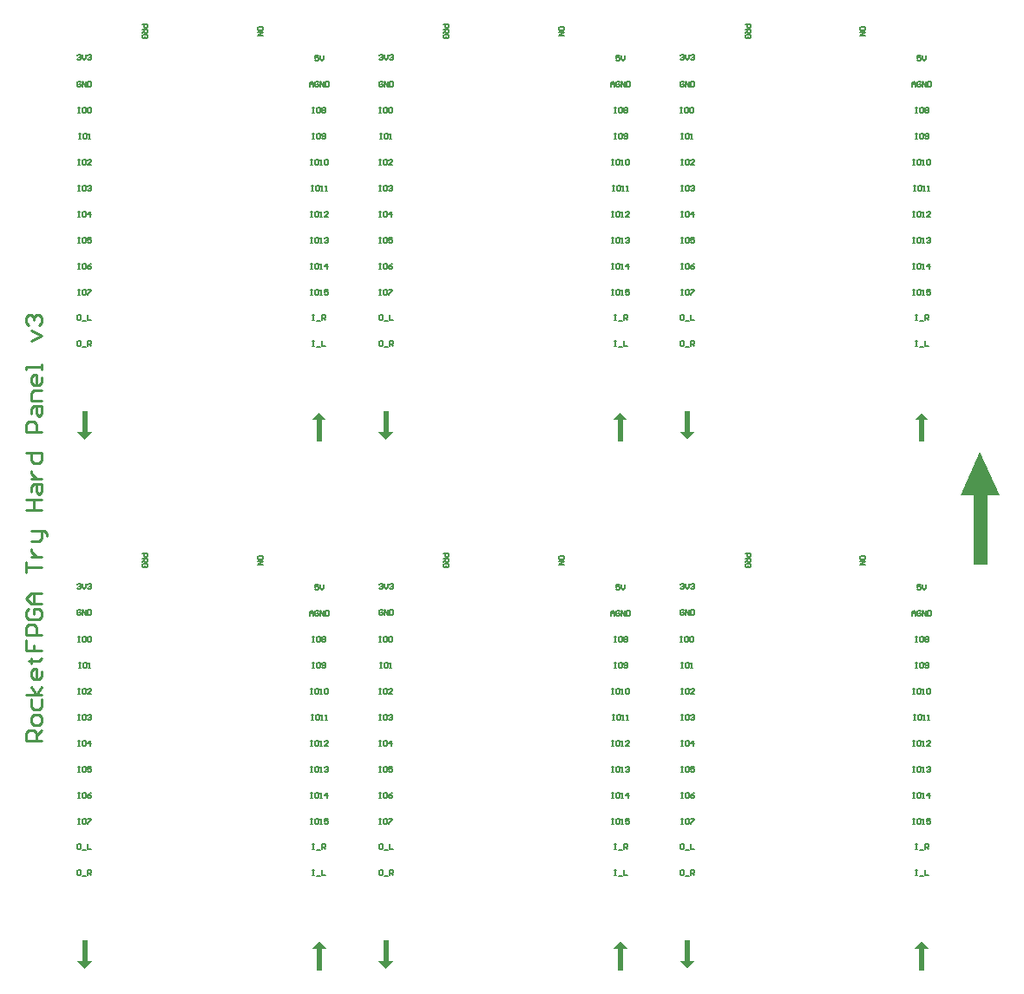
<source format=gto>
G04*
G04 #@! TF.GenerationSoftware,Altium Limited,Altium Designer,19.0.10 (269)*
G04*
G04 Layer_Color=65535*
%FSLAX25Y25*%
%MOIN*%
G70*
G01*
G75*
%ADD35C,0.00500*%
%ADD36C,0.01000*%
%ADD51R,0.02000X0.08800*%
G36*
X457149Y335073D02*
X451549D01*
X454349Y337873D01*
X457149Y335073D01*
D02*
G37*
G36*
X341401D02*
X335801D01*
X338601Y337873D01*
X341401Y335073D01*
D02*
G37*
G36*
X225653D02*
X220053D01*
X222853Y337873D01*
X225653Y335073D01*
D02*
G37*
G36*
X364349Y327473D02*
X361549Y330273D01*
X367149D01*
X364349Y327473D01*
D02*
G37*
G36*
X248601D02*
X245801Y330273D01*
X251401D01*
X248601Y327473D01*
D02*
G37*
G36*
X132853D02*
X130053Y330273D01*
X135653D01*
X132853Y327473D01*
D02*
G37*
G36*
X484400Y306200D02*
X479700D01*
Y279500D01*
X474400D01*
Y306200D01*
X469400D01*
X476650Y322700D01*
X484400Y306200D01*
D02*
G37*
G36*
X457149Y131825D02*
X451549D01*
X454349Y134625D01*
X457149Y131825D01*
D02*
G37*
G36*
X341401D02*
X335801D01*
X338601Y134625D01*
X341401Y131825D01*
D02*
G37*
G36*
X225653D02*
X220053D01*
X222853Y134625D01*
X225653Y131825D01*
D02*
G37*
G36*
X364349Y124225D02*
X361549Y127025D01*
X367149D01*
X364349Y124225D01*
D02*
G37*
G36*
X248601D02*
X245801Y127025D01*
X251401D01*
X248601Y124225D01*
D02*
G37*
G36*
X132853D02*
X130053Y127025D01*
X135653D01*
X132853Y124225D01*
D02*
G37*
D35*
X220453Y162125D02*
X221119D01*
X220786D01*
Y160125D01*
X220453D01*
X221119D01*
X222119Y159792D02*
X223452D01*
X224118Y162125D02*
Y160125D01*
X225451D01*
X131152Y162125D02*
X130486D01*
X130153Y161791D01*
Y160458D01*
X130486Y160125D01*
X131152D01*
X131486Y160458D01*
Y161791D01*
X131152Y162125D01*
X132152Y159792D02*
X133485D01*
X134151Y160125D02*
Y162125D01*
X135151D01*
X135484Y161791D01*
Y161125D01*
X135151Y160792D01*
X134151D01*
X134818D02*
X135484Y160125D01*
X219553Y231925D02*
X220219D01*
X219886D01*
Y229925D01*
X219553D01*
X220219D01*
X222219Y231925D02*
X221552D01*
X221219Y231591D01*
Y230258D01*
X221552Y229925D01*
X222219D01*
X222552Y230258D01*
Y231591D01*
X222219Y231925D01*
X223218Y229925D02*
X223885D01*
X223552D01*
Y231925D01*
X223218Y231591D01*
X224884D02*
X225218Y231925D01*
X225884D01*
X226217Y231591D01*
Y230258D01*
X225884Y229925D01*
X225218D01*
X224884Y230258D01*
Y231591D01*
X219953Y221825D02*
X220619D01*
X220286D01*
Y219825D01*
X219953D01*
X220619D01*
X222619Y221825D02*
X221952D01*
X221619Y221491D01*
Y220158D01*
X221952Y219825D01*
X222619D01*
X222952Y220158D01*
Y221491D01*
X222619Y221825D01*
X223618Y219825D02*
X224285D01*
X223952D01*
Y221825D01*
X223618Y221491D01*
X225284Y219825D02*
X225951D01*
X225618D01*
Y221825D01*
X225284Y221491D01*
X219553Y211925D02*
X220219D01*
X219886D01*
Y209925D01*
X219553D01*
X220219D01*
X222219Y211925D02*
X221552D01*
X221219Y211591D01*
Y210258D01*
X221552Y209925D01*
X222219D01*
X222552Y210258D01*
Y211591D01*
X222219Y211925D01*
X223218Y209925D02*
X223885D01*
X223552D01*
Y211925D01*
X223218Y211591D01*
X226217Y209925D02*
X224884D01*
X226217Y211258D01*
Y211591D01*
X225884Y211925D01*
X225218D01*
X224884Y211591D01*
X219553Y201924D02*
X220219D01*
X219886D01*
Y199925D01*
X219553D01*
X220219D01*
X222219Y201924D02*
X221552D01*
X221219Y201591D01*
Y200258D01*
X221552Y199925D01*
X222219D01*
X222552Y200258D01*
Y201591D01*
X222219Y201924D01*
X223218Y199925D02*
X223885D01*
X223552D01*
Y201924D01*
X223218Y201591D01*
X224884D02*
X225218Y201924D01*
X225884D01*
X226217Y201591D01*
Y201258D01*
X225884Y200925D01*
X225551D01*
X225884D01*
X226217Y200592D01*
Y200258D01*
X225884Y199925D01*
X225218D01*
X224884Y200258D01*
X219553Y191925D02*
X220219D01*
X219886D01*
Y189925D01*
X219553D01*
X220219D01*
X222219Y191925D02*
X221552D01*
X221219Y191591D01*
Y190258D01*
X221552Y189925D01*
X222219D01*
X222552Y190258D01*
Y191591D01*
X222219Y191925D01*
X223218Y189925D02*
X223885D01*
X223552D01*
Y191925D01*
X223218Y191591D01*
X225884Y189925D02*
Y191925D01*
X224884Y190925D01*
X226217D01*
X219553Y181924D02*
X220219D01*
X219886D01*
Y179925D01*
X219553D01*
X220219D01*
X222219Y181924D02*
X221552D01*
X221219Y181591D01*
Y180258D01*
X221552Y179925D01*
X222219D01*
X222552Y180258D01*
Y181591D01*
X222219Y181924D01*
X223218Y179925D02*
X223885D01*
X223552D01*
Y181924D01*
X223218Y181591D01*
X226217Y181924D02*
X224884D01*
Y180925D01*
X225551Y181258D01*
X225884D01*
X226217Y180925D01*
Y180258D01*
X225884Y179925D01*
X225218D01*
X224884Y180258D01*
X222586Y271825D02*
X221253D01*
Y270825D01*
X221919Y271158D01*
X222252D01*
X222586Y270825D01*
Y270158D01*
X222252Y269825D01*
X221586D01*
X221253Y270158D01*
X223252Y271825D02*
Y270492D01*
X223919Y269825D01*
X224585Y270492D01*
Y271825D01*
X219253Y259799D02*
Y261132D01*
X219920Y261798D01*
X220586Y261132D01*
Y259799D01*
Y260799D01*
X219253D01*
X222586Y261465D02*
X222252Y261798D01*
X221586D01*
X221253Y261465D01*
Y260132D01*
X221586Y259799D01*
X222252D01*
X222586Y260132D01*
Y260799D01*
X221919D01*
X223252Y259799D02*
Y261798D01*
X224585Y259799D01*
Y261798D01*
X225252D02*
Y259799D01*
X226251D01*
X226584Y260132D01*
Y261465D01*
X226251Y261798D01*
X225252D01*
X220453Y251924D02*
X221119D01*
X220786D01*
Y249925D01*
X220453D01*
X221119D01*
X223119Y251924D02*
X222452D01*
X222119Y251591D01*
Y250258D01*
X222452Y249925D01*
X223119D01*
X223452Y250258D01*
Y251591D01*
X223119Y251924D01*
X224118Y251591D02*
X224451Y251924D01*
X225118D01*
X225451Y251591D01*
Y251258D01*
X225118Y250925D01*
X225451Y250592D01*
Y250258D01*
X225118Y249925D01*
X224451D01*
X224118Y250258D01*
Y250592D01*
X224451Y250925D01*
X224118Y251258D01*
Y251591D01*
X224451Y250925D02*
X225118D01*
X220453Y241825D02*
X221119D01*
X220786D01*
Y239825D01*
X220453D01*
X221119D01*
X223119Y241825D02*
X222452D01*
X222119Y241491D01*
Y240158D01*
X222452Y239825D01*
X223119D01*
X223452Y240158D01*
Y241491D01*
X223119Y241825D01*
X224118Y240158D02*
X224451Y239825D01*
X225118D01*
X225451Y240158D01*
Y241491D01*
X225118Y241825D01*
X224451D01*
X224118Y241491D01*
Y241158D01*
X224451Y240825D01*
X225451D01*
X220453Y172125D02*
X221119D01*
X220786D01*
Y170125D01*
X220453D01*
X221119D01*
X222119Y169792D02*
X223452D01*
X224118Y170125D02*
Y172125D01*
X225118D01*
X225451Y171791D01*
Y171125D01*
X225118Y170792D01*
X224118D01*
X224785D02*
X225451Y170125D01*
X131152Y172125D02*
X130486D01*
X130153Y171791D01*
Y170458D01*
X130486Y170125D01*
X131152D01*
X131486Y170458D01*
Y171791D01*
X131152Y172125D01*
X132152Y169792D02*
X133485D01*
X134151Y172125D02*
Y170125D01*
X135484D01*
X130353Y181825D02*
X131019D01*
X130686D01*
Y179825D01*
X130353D01*
X131019D01*
X133019Y181825D02*
X132352D01*
X132019Y181491D01*
Y180158D01*
X132352Y179825D01*
X133019D01*
X133352Y180158D01*
Y181491D01*
X133019Y181825D01*
X134018D02*
X135351D01*
Y181491D01*
X134018Y180158D01*
Y179825D01*
X130353Y191925D02*
X131019D01*
X130686D01*
Y189925D01*
X130353D01*
X131019D01*
X133019Y191925D02*
X132352D01*
X132019Y191591D01*
Y190258D01*
X132352Y189925D01*
X133019D01*
X133352Y190258D01*
Y191591D01*
X133019Y191925D01*
X135351D02*
X134685Y191591D01*
X134018Y190925D01*
Y190258D01*
X134352Y189925D01*
X135018D01*
X135351Y190258D01*
Y190592D01*
X135018Y190925D01*
X134018D01*
X130353Y201824D02*
X131019D01*
X130686D01*
Y199825D01*
X130353D01*
X131019D01*
X133019Y201824D02*
X132352D01*
X132019Y201491D01*
Y200158D01*
X132352Y199825D01*
X133019D01*
X133352Y200158D01*
Y201491D01*
X133019Y201824D01*
X135351D02*
X134018D01*
Y200825D01*
X134685Y201158D01*
X135018D01*
X135351Y200825D01*
Y200158D01*
X135018Y199825D01*
X134352D01*
X134018Y200158D01*
X130353Y211925D02*
X131019D01*
X130686D01*
Y209925D01*
X130353D01*
X131019D01*
X133019Y211925D02*
X132352D01*
X132019Y211591D01*
Y210258D01*
X132352Y209925D01*
X133019D01*
X133352Y210258D01*
Y211591D01*
X133019Y211925D01*
X135018Y209925D02*
Y211925D01*
X134018Y210925D01*
X135351D01*
X130353Y221924D02*
X131019D01*
X130686D01*
Y219925D01*
X130353D01*
X131019D01*
X133019Y221924D02*
X132352D01*
X132019Y221591D01*
Y220258D01*
X132352Y219925D01*
X133019D01*
X133352Y220258D01*
Y221591D01*
X133019Y221924D01*
X134018Y221591D02*
X134352Y221924D01*
X135018D01*
X135351Y221591D01*
Y221258D01*
X135018Y220925D01*
X134685D01*
X135018D01*
X135351Y220592D01*
Y220258D01*
X135018Y219925D01*
X134352D01*
X134018Y220258D01*
X130353Y231925D02*
X131019D01*
X130686D01*
Y229925D01*
X130353D01*
X131019D01*
X133019Y231925D02*
X132352D01*
X132019Y231591D01*
Y230258D01*
X132352Y229925D01*
X133019D01*
X133352Y230258D01*
Y231591D01*
X133019Y231925D01*
X135351Y229925D02*
X134018D01*
X135351Y231258D01*
Y231591D01*
X135018Y231925D01*
X134352D01*
X134018Y231591D01*
X130653Y241807D02*
X131319D01*
X130986D01*
Y239808D01*
X130653D01*
X131319D01*
X133318Y241807D02*
X132652D01*
X132319Y241474D01*
Y240141D01*
X132652Y239808D01*
X133318D01*
X133652Y240141D01*
Y241474D01*
X133318Y241807D01*
X134318Y239808D02*
X134985D01*
X134651D01*
Y241807D01*
X134318Y241474D01*
X130319Y251880D02*
X130986D01*
X130653D01*
Y249880D01*
X130319D01*
X130986D01*
X132985Y251880D02*
X132319D01*
X131985Y251546D01*
Y250213D01*
X132319Y249880D01*
X132985D01*
X133318Y250213D01*
Y251546D01*
X132985Y251880D01*
X133985Y251546D02*
X134318Y251880D01*
X134985D01*
X135318Y251546D01*
Y250213D01*
X134985Y249880D01*
X134318D01*
X133985Y250213D01*
Y251546D01*
X131486Y261619D02*
X131152Y261952D01*
X130486D01*
X130153Y261619D01*
Y260286D01*
X130486Y259953D01*
X131152D01*
X131486Y260286D01*
Y260952D01*
X130819D01*
X132152Y259953D02*
Y261952D01*
X133485Y259953D01*
Y261952D01*
X134151D02*
Y259953D01*
X135151D01*
X135484Y260286D01*
Y261619D01*
X135151Y261952D01*
X134151D01*
X130153Y271691D02*
X130486Y272024D01*
X131152D01*
X131486Y271691D01*
Y271358D01*
X131152Y271025D01*
X130819D01*
X131152D01*
X131486Y270692D01*
Y270358D01*
X131152Y270025D01*
X130486D01*
X130153Y270358D01*
X132152Y272024D02*
Y270692D01*
X132819Y270025D01*
X133485Y270692D01*
Y272024D01*
X134151Y271691D02*
X134485Y272024D01*
X135151D01*
X135484Y271691D01*
Y271358D01*
X135151Y271025D01*
X134818D01*
X135151D01*
X135484Y270692D01*
Y270358D01*
X135151Y270025D01*
X134485D01*
X134151Y270358D01*
X201252Y281826D02*
Y282492D01*
X200919Y282825D01*
X199586D01*
X199253Y282492D01*
Y281826D01*
X199586Y281493D01*
X200919D01*
X201252Y281826D01*
X199253Y280826D02*
X201252D01*
X199253Y279493D01*
X201252D01*
X155053Y283825D02*
X157052D01*
Y282825D01*
X156719Y282492D01*
X156052D01*
X155719Y282825D01*
Y283825D01*
X155053Y281826D02*
X157052D01*
Y280826D01*
X156719Y280493D01*
X156052D01*
X155719Y280826D01*
Y281826D01*
Y281159D02*
X155053Y280493D01*
X156719Y278494D02*
X157052Y278827D01*
Y279493D01*
X156719Y279826D01*
X155386D01*
X155053Y279493D01*
Y278827D01*
X155386Y278494D01*
X156052D01*
Y279160D01*
X336201Y162125D02*
X336867D01*
X336534D01*
Y160125D01*
X336201D01*
X336867D01*
X337867Y159792D02*
X339200D01*
X339866Y162125D02*
Y160125D01*
X341199D01*
X246901Y162125D02*
X246234D01*
X245901Y161791D01*
Y160458D01*
X246234Y160125D01*
X246901D01*
X247234Y160458D01*
Y161791D01*
X246901Y162125D01*
X247900Y159792D02*
X249233D01*
X249900Y160125D02*
Y162125D01*
X250899D01*
X251232Y161791D01*
Y161125D01*
X250899Y160792D01*
X249900D01*
X250566D02*
X251232Y160125D01*
X335301Y231925D02*
X335967D01*
X335634D01*
Y229925D01*
X335301D01*
X335967D01*
X337967Y231925D02*
X337300D01*
X336967Y231591D01*
Y230258D01*
X337300Y229925D01*
X337967D01*
X338300Y230258D01*
Y231591D01*
X337967Y231925D01*
X338966Y229925D02*
X339633D01*
X339300D01*
Y231925D01*
X338966Y231591D01*
X340632D02*
X340966Y231925D01*
X341632D01*
X341965Y231591D01*
Y230258D01*
X341632Y229925D01*
X340966D01*
X340632Y230258D01*
Y231591D01*
X335701Y221825D02*
X336367D01*
X336034D01*
Y219825D01*
X335701D01*
X336367D01*
X338367Y221825D02*
X337700D01*
X337367Y221491D01*
Y220158D01*
X337700Y219825D01*
X338367D01*
X338700Y220158D01*
Y221491D01*
X338367Y221825D01*
X339366Y219825D02*
X340033D01*
X339700D01*
Y221825D01*
X339366Y221491D01*
X341032Y219825D02*
X341699D01*
X341366D01*
Y221825D01*
X341032Y221491D01*
X335301Y211925D02*
X335967D01*
X335634D01*
Y209925D01*
X335301D01*
X335967D01*
X337967Y211925D02*
X337300D01*
X336967Y211591D01*
Y210258D01*
X337300Y209925D01*
X337967D01*
X338300Y210258D01*
Y211591D01*
X337967Y211925D01*
X338966Y209925D02*
X339633D01*
X339300D01*
Y211925D01*
X338966Y211591D01*
X341965Y209925D02*
X340632D01*
X341965Y211258D01*
Y211591D01*
X341632Y211925D01*
X340966D01*
X340632Y211591D01*
X335301Y201924D02*
X335967D01*
X335634D01*
Y199925D01*
X335301D01*
X335967D01*
X337967Y201924D02*
X337300D01*
X336967Y201591D01*
Y200258D01*
X337300Y199925D01*
X337967D01*
X338300Y200258D01*
Y201591D01*
X337967Y201924D01*
X338966Y199925D02*
X339633D01*
X339300D01*
Y201924D01*
X338966Y201591D01*
X340632D02*
X340966Y201924D01*
X341632D01*
X341965Y201591D01*
Y201258D01*
X341632Y200925D01*
X341299D01*
X341632D01*
X341965Y200592D01*
Y200258D01*
X341632Y199925D01*
X340966D01*
X340632Y200258D01*
X335301Y191925D02*
X335967D01*
X335634D01*
Y189925D01*
X335301D01*
X335967D01*
X337967Y191925D02*
X337300D01*
X336967Y191591D01*
Y190258D01*
X337300Y189925D01*
X337967D01*
X338300Y190258D01*
Y191591D01*
X337967Y191925D01*
X338966Y189925D02*
X339633D01*
X339300D01*
Y191925D01*
X338966Y191591D01*
X341632Y189925D02*
Y191925D01*
X340632Y190925D01*
X341965D01*
X335301Y181924D02*
X335967D01*
X335634D01*
Y179925D01*
X335301D01*
X335967D01*
X337967Y181924D02*
X337300D01*
X336967Y181591D01*
Y180258D01*
X337300Y179925D01*
X337967D01*
X338300Y180258D01*
Y181591D01*
X337967Y181924D01*
X338966Y179925D02*
X339633D01*
X339300D01*
Y181924D01*
X338966Y181591D01*
X341965Y181924D02*
X340632D01*
Y180925D01*
X341299Y181258D01*
X341632D01*
X341965Y180925D01*
Y180258D01*
X341632Y179925D01*
X340966D01*
X340632Y180258D01*
X338334Y271825D02*
X337001D01*
Y270825D01*
X337667Y271158D01*
X338000D01*
X338334Y270825D01*
Y270158D01*
X338000Y269825D01*
X337334D01*
X337001Y270158D01*
X339000Y271825D02*
Y270492D01*
X339667Y269825D01*
X340333Y270492D01*
Y271825D01*
X335001Y259799D02*
Y261132D01*
X335668Y261798D01*
X336334Y261132D01*
Y259799D01*
Y260799D01*
X335001D01*
X338334Y261465D02*
X338000Y261798D01*
X337334D01*
X337001Y261465D01*
Y260132D01*
X337334Y259799D01*
X338000D01*
X338334Y260132D01*
Y260799D01*
X337667D01*
X339000Y259799D02*
Y261798D01*
X340333Y259799D01*
Y261798D01*
X341000D02*
Y259799D01*
X341999D01*
X342332Y260132D01*
Y261465D01*
X341999Y261798D01*
X341000D01*
X336201Y251924D02*
X336867D01*
X336534D01*
Y249925D01*
X336201D01*
X336867D01*
X338867Y251924D02*
X338200D01*
X337867Y251591D01*
Y250258D01*
X338200Y249925D01*
X338867D01*
X339200Y250258D01*
Y251591D01*
X338867Y251924D01*
X339866Y251591D02*
X340199Y251924D01*
X340866D01*
X341199Y251591D01*
Y251258D01*
X340866Y250925D01*
X341199Y250592D01*
Y250258D01*
X340866Y249925D01*
X340199D01*
X339866Y250258D01*
Y250592D01*
X340199Y250925D01*
X339866Y251258D01*
Y251591D01*
X340199Y250925D02*
X340866D01*
X336201Y241825D02*
X336867D01*
X336534D01*
Y239825D01*
X336201D01*
X336867D01*
X338867Y241825D02*
X338200D01*
X337867Y241491D01*
Y240158D01*
X338200Y239825D01*
X338867D01*
X339200Y240158D01*
Y241491D01*
X338867Y241825D01*
X339866Y240158D02*
X340199Y239825D01*
X340866D01*
X341199Y240158D01*
Y241491D01*
X340866Y241825D01*
X340199D01*
X339866Y241491D01*
Y241158D01*
X340199Y240825D01*
X341199D01*
X336201Y172125D02*
X336867D01*
X336534D01*
Y170125D01*
X336201D01*
X336867D01*
X337867Y169792D02*
X339200D01*
X339866Y170125D02*
Y172125D01*
X340866D01*
X341199Y171791D01*
Y171125D01*
X340866Y170792D01*
X339866D01*
X340533D02*
X341199Y170125D01*
X246901Y172125D02*
X246234D01*
X245901Y171791D01*
Y170458D01*
X246234Y170125D01*
X246901D01*
X247234Y170458D01*
Y171791D01*
X246901Y172125D01*
X247900Y169792D02*
X249233D01*
X249900Y172125D02*
Y170125D01*
X251232D01*
X246101Y181825D02*
X246767D01*
X246434D01*
Y179825D01*
X246101D01*
X246767D01*
X248767Y181825D02*
X248100D01*
X247767Y181491D01*
Y180158D01*
X248100Y179825D01*
X248767D01*
X249100Y180158D01*
Y181491D01*
X248767Y181825D01*
X249766D02*
X251099D01*
Y181491D01*
X249766Y180158D01*
Y179825D01*
X246101Y191925D02*
X246767D01*
X246434D01*
Y189925D01*
X246101D01*
X246767D01*
X248767Y191925D02*
X248100D01*
X247767Y191591D01*
Y190258D01*
X248100Y189925D01*
X248767D01*
X249100Y190258D01*
Y191591D01*
X248767Y191925D01*
X251099D02*
X250433Y191591D01*
X249766Y190925D01*
Y190258D01*
X250099Y189925D01*
X250766D01*
X251099Y190258D01*
Y190592D01*
X250766Y190925D01*
X249766D01*
X246101Y201824D02*
X246767D01*
X246434D01*
Y199825D01*
X246101D01*
X246767D01*
X248767Y201824D02*
X248100D01*
X247767Y201491D01*
Y200158D01*
X248100Y199825D01*
X248767D01*
X249100Y200158D01*
Y201491D01*
X248767Y201824D01*
X251099D02*
X249766D01*
Y200825D01*
X250433Y201158D01*
X250766D01*
X251099Y200825D01*
Y200158D01*
X250766Y199825D01*
X250099D01*
X249766Y200158D01*
X246101Y211925D02*
X246767D01*
X246434D01*
Y209925D01*
X246101D01*
X246767D01*
X248767Y211925D02*
X248100D01*
X247767Y211591D01*
Y210258D01*
X248100Y209925D01*
X248767D01*
X249100Y210258D01*
Y211591D01*
X248767Y211925D01*
X250766Y209925D02*
Y211925D01*
X249766Y210925D01*
X251099D01*
X246101Y221924D02*
X246767D01*
X246434D01*
Y219925D01*
X246101D01*
X246767D01*
X248767Y221924D02*
X248100D01*
X247767Y221591D01*
Y220258D01*
X248100Y219925D01*
X248767D01*
X249100Y220258D01*
Y221591D01*
X248767Y221924D01*
X249766Y221591D02*
X250099Y221924D01*
X250766D01*
X251099Y221591D01*
Y221258D01*
X250766Y220925D01*
X250433D01*
X250766D01*
X251099Y220592D01*
Y220258D01*
X250766Y219925D01*
X250099D01*
X249766Y220258D01*
X246101Y231925D02*
X246767D01*
X246434D01*
Y229925D01*
X246101D01*
X246767D01*
X248767Y231925D02*
X248100D01*
X247767Y231591D01*
Y230258D01*
X248100Y229925D01*
X248767D01*
X249100Y230258D01*
Y231591D01*
X248767Y231925D01*
X251099Y229925D02*
X249766D01*
X251099Y231258D01*
Y231591D01*
X250766Y231925D01*
X250099D01*
X249766Y231591D01*
X246401Y241807D02*
X247067D01*
X246734D01*
Y239808D01*
X246401D01*
X247067D01*
X249066Y241807D02*
X248400D01*
X248067Y241474D01*
Y240141D01*
X248400Y239808D01*
X249066D01*
X249400Y240141D01*
Y241474D01*
X249066Y241807D01*
X250066Y239808D02*
X250733D01*
X250399D01*
Y241807D01*
X250066Y241474D01*
X246068Y251880D02*
X246734D01*
X246401D01*
Y249880D01*
X246068D01*
X246734D01*
X248733Y251880D02*
X248067D01*
X247734Y251546D01*
Y250213D01*
X248067Y249880D01*
X248733D01*
X249066Y250213D01*
Y251546D01*
X248733Y251880D01*
X249733Y251546D02*
X250066Y251880D01*
X250733D01*
X251066Y251546D01*
Y250213D01*
X250733Y249880D01*
X250066D01*
X249733Y250213D01*
Y251546D01*
X247234Y261619D02*
X246901Y261952D01*
X246234D01*
X245901Y261619D01*
Y260286D01*
X246234Y259953D01*
X246901D01*
X247234Y260286D01*
Y260952D01*
X246567D01*
X247900Y259953D02*
Y261952D01*
X249233Y259953D01*
Y261952D01*
X249900D02*
Y259953D01*
X250899D01*
X251233Y260286D01*
Y261619D01*
X250899Y261952D01*
X249900D01*
X245901Y271691D02*
X246234Y272024D01*
X246901D01*
X247234Y271691D01*
Y271358D01*
X246901Y271025D01*
X246567D01*
X246901D01*
X247234Y270692D01*
Y270358D01*
X246901Y270025D01*
X246234D01*
X245901Y270358D01*
X247900Y272024D02*
Y270692D01*
X248567Y270025D01*
X249233Y270692D01*
Y272024D01*
X249900Y271691D02*
X250233Y272024D01*
X250899D01*
X251233Y271691D01*
Y271358D01*
X250899Y271025D01*
X250566D01*
X250899D01*
X251233Y270692D01*
Y270358D01*
X250899Y270025D01*
X250233D01*
X249900Y270358D01*
X317000Y281826D02*
Y282492D01*
X316667Y282825D01*
X315334D01*
X315001Y282492D01*
Y281826D01*
X315334Y281493D01*
X316667D01*
X317000Y281826D01*
X315001Y280826D02*
X317000D01*
X315001Y279493D01*
X317000D01*
X270801Y283825D02*
X272800D01*
Y282825D01*
X272467Y282492D01*
X271800D01*
X271467Y282825D01*
Y283825D01*
X270801Y281826D02*
X272800D01*
Y280826D01*
X272467Y280493D01*
X271800D01*
X271467Y280826D01*
Y281826D01*
Y281159D02*
X270801Y280493D01*
X272467Y278494D02*
X272800Y278827D01*
Y279493D01*
X272467Y279826D01*
X271134D01*
X270801Y279493D01*
Y278827D01*
X271134Y278494D01*
X271800D01*
Y279160D01*
X451949Y162125D02*
X452615D01*
X452282D01*
Y160125D01*
X451949D01*
X452615D01*
X453615Y159792D02*
X454948D01*
X455614Y162125D02*
Y160125D01*
X456947D01*
X362649Y162125D02*
X361982D01*
X361649Y161791D01*
Y160458D01*
X361982Y160125D01*
X362649D01*
X362982Y160458D01*
Y161791D01*
X362649Y162125D01*
X363648Y159792D02*
X364981D01*
X365648Y160125D02*
Y162125D01*
X366647D01*
X366981Y161791D01*
Y161125D01*
X366647Y160792D01*
X365648D01*
X366314D02*
X366981Y160125D01*
X451049Y231925D02*
X451715D01*
X451382D01*
Y229925D01*
X451049D01*
X451715D01*
X453715Y231925D02*
X453048D01*
X452715Y231591D01*
Y230258D01*
X453048Y229925D01*
X453715D01*
X454048Y230258D01*
Y231591D01*
X453715Y231925D01*
X454714Y229925D02*
X455381D01*
X455048D01*
Y231925D01*
X454714Y231591D01*
X456381D02*
X456714Y231925D01*
X457380D01*
X457713Y231591D01*
Y230258D01*
X457380Y229925D01*
X456714D01*
X456381Y230258D01*
Y231591D01*
X451449Y221825D02*
X452115D01*
X451782D01*
Y219825D01*
X451449D01*
X452115D01*
X454115Y221825D02*
X453448D01*
X453115Y221491D01*
Y220158D01*
X453448Y219825D01*
X454115D01*
X454448Y220158D01*
Y221491D01*
X454115Y221825D01*
X455114Y219825D02*
X455781D01*
X455448D01*
Y221825D01*
X455114Y221491D01*
X456780Y219825D02*
X457447D01*
X457114D01*
Y221825D01*
X456780Y221491D01*
X451049Y211925D02*
X451715D01*
X451382D01*
Y209925D01*
X451049D01*
X451715D01*
X453715Y211925D02*
X453048D01*
X452715Y211591D01*
Y210258D01*
X453048Y209925D01*
X453715D01*
X454048Y210258D01*
Y211591D01*
X453715Y211925D01*
X454714Y209925D02*
X455381D01*
X455048D01*
Y211925D01*
X454714Y211591D01*
X457713Y209925D02*
X456381D01*
X457713Y211258D01*
Y211591D01*
X457380Y211925D01*
X456714D01*
X456381Y211591D01*
X451049Y201924D02*
X451715D01*
X451382D01*
Y199925D01*
X451049D01*
X451715D01*
X453715Y201924D02*
X453048D01*
X452715Y201591D01*
Y200258D01*
X453048Y199925D01*
X453715D01*
X454048Y200258D01*
Y201591D01*
X453715Y201924D01*
X454714Y199925D02*
X455381D01*
X455048D01*
Y201924D01*
X454714Y201591D01*
X456381D02*
X456714Y201924D01*
X457380D01*
X457713Y201591D01*
Y201258D01*
X457380Y200925D01*
X457047D01*
X457380D01*
X457713Y200592D01*
Y200258D01*
X457380Y199925D01*
X456714D01*
X456381Y200258D01*
X451049Y191925D02*
X451715D01*
X451382D01*
Y189925D01*
X451049D01*
X451715D01*
X453715Y191925D02*
X453048D01*
X452715Y191591D01*
Y190258D01*
X453048Y189925D01*
X453715D01*
X454048Y190258D01*
Y191591D01*
X453715Y191925D01*
X454714Y189925D02*
X455381D01*
X455048D01*
Y191925D01*
X454714Y191591D01*
X457380Y189925D02*
Y191925D01*
X456381Y190925D01*
X457713D01*
X451049Y181924D02*
X451715D01*
X451382D01*
Y179925D01*
X451049D01*
X451715D01*
X453715Y181924D02*
X453048D01*
X452715Y181591D01*
Y180258D01*
X453048Y179925D01*
X453715D01*
X454048Y180258D01*
Y181591D01*
X453715Y181924D01*
X454714Y179925D02*
X455381D01*
X455048D01*
Y181924D01*
X454714Y181591D01*
X457713Y181924D02*
X456381D01*
Y180925D01*
X457047Y181258D01*
X457380D01*
X457713Y180925D01*
Y180258D01*
X457380Y179925D01*
X456714D01*
X456381Y180258D01*
X454082Y271825D02*
X452749D01*
Y270825D01*
X453415Y271158D01*
X453749D01*
X454082Y270825D01*
Y270158D01*
X453749Y269825D01*
X453082D01*
X452749Y270158D01*
X454748Y271825D02*
Y270492D01*
X455415Y269825D01*
X456081Y270492D01*
Y271825D01*
X450749Y259799D02*
Y261132D01*
X451416Y261798D01*
X452082Y261132D01*
Y259799D01*
Y260799D01*
X450749D01*
X454082Y261465D02*
X453749Y261798D01*
X453082D01*
X452749Y261465D01*
Y260132D01*
X453082Y259799D01*
X453749D01*
X454082Y260132D01*
Y260799D01*
X453415D01*
X454748Y259799D02*
Y261798D01*
X456081Y259799D01*
Y261798D01*
X456748D02*
Y259799D01*
X457747D01*
X458080Y260132D01*
Y261465D01*
X457747Y261798D01*
X456748D01*
X451949Y251924D02*
X452615D01*
X452282D01*
Y249925D01*
X451949D01*
X452615D01*
X454615Y251924D02*
X453948D01*
X453615Y251591D01*
Y250258D01*
X453948Y249925D01*
X454615D01*
X454948Y250258D01*
Y251591D01*
X454615Y251924D01*
X455614Y251591D02*
X455948Y251924D01*
X456614D01*
X456947Y251591D01*
Y251258D01*
X456614Y250925D01*
X456947Y250592D01*
Y250258D01*
X456614Y249925D01*
X455948D01*
X455614Y250258D01*
Y250592D01*
X455948Y250925D01*
X455614Y251258D01*
Y251591D01*
X455948Y250925D02*
X456614D01*
X451949Y241825D02*
X452615D01*
X452282D01*
Y239825D01*
X451949D01*
X452615D01*
X454615Y241825D02*
X453948D01*
X453615Y241491D01*
Y240158D01*
X453948Y239825D01*
X454615D01*
X454948Y240158D01*
Y241491D01*
X454615Y241825D01*
X455614Y240158D02*
X455948Y239825D01*
X456614D01*
X456947Y240158D01*
Y241491D01*
X456614Y241825D01*
X455948D01*
X455614Y241491D01*
Y241158D01*
X455948Y240825D01*
X456947D01*
X451949Y172125D02*
X452615D01*
X452282D01*
Y170125D01*
X451949D01*
X452615D01*
X453615Y169792D02*
X454948D01*
X455614Y170125D02*
Y172125D01*
X456614D01*
X456947Y171791D01*
Y171125D01*
X456614Y170792D01*
X455614D01*
X456281D02*
X456947Y170125D01*
X362649Y172125D02*
X361982D01*
X361649Y171791D01*
Y170458D01*
X361982Y170125D01*
X362649D01*
X362982Y170458D01*
Y171791D01*
X362649Y172125D01*
X363648Y169792D02*
X364981D01*
X365648Y172125D02*
Y170125D01*
X366981D01*
X361849Y181825D02*
X362515D01*
X362182D01*
Y179825D01*
X361849D01*
X362515D01*
X364515Y181825D02*
X363848D01*
X363515Y181491D01*
Y180158D01*
X363848Y179825D01*
X364515D01*
X364848Y180158D01*
Y181491D01*
X364515Y181825D01*
X365514D02*
X366847D01*
Y181491D01*
X365514Y180158D01*
Y179825D01*
X361849Y191925D02*
X362515D01*
X362182D01*
Y189925D01*
X361849D01*
X362515D01*
X364515Y191925D02*
X363848D01*
X363515Y191591D01*
Y190258D01*
X363848Y189925D01*
X364515D01*
X364848Y190258D01*
Y191591D01*
X364515Y191925D01*
X366847D02*
X366181Y191591D01*
X365514Y190925D01*
Y190258D01*
X365848Y189925D01*
X366514D01*
X366847Y190258D01*
Y190592D01*
X366514Y190925D01*
X365514D01*
X361849Y201824D02*
X362515D01*
X362182D01*
Y199825D01*
X361849D01*
X362515D01*
X364515Y201824D02*
X363848D01*
X363515Y201491D01*
Y200158D01*
X363848Y199825D01*
X364515D01*
X364848Y200158D01*
Y201491D01*
X364515Y201824D01*
X366847D02*
X365514D01*
Y200825D01*
X366181Y201158D01*
X366514D01*
X366847Y200825D01*
Y200158D01*
X366514Y199825D01*
X365848D01*
X365514Y200158D01*
X361849Y211925D02*
X362515D01*
X362182D01*
Y209925D01*
X361849D01*
X362515D01*
X364515Y211925D02*
X363848D01*
X363515Y211591D01*
Y210258D01*
X363848Y209925D01*
X364515D01*
X364848Y210258D01*
Y211591D01*
X364515Y211925D01*
X366514Y209925D02*
Y211925D01*
X365514Y210925D01*
X366847D01*
X361849Y221924D02*
X362515D01*
X362182D01*
Y219925D01*
X361849D01*
X362515D01*
X364515Y221924D02*
X363848D01*
X363515Y221591D01*
Y220258D01*
X363848Y219925D01*
X364515D01*
X364848Y220258D01*
Y221591D01*
X364515Y221924D01*
X365514Y221591D02*
X365848Y221924D01*
X366514D01*
X366847Y221591D01*
Y221258D01*
X366514Y220925D01*
X366181D01*
X366514D01*
X366847Y220592D01*
Y220258D01*
X366514Y219925D01*
X365848D01*
X365514Y220258D01*
X361849Y231925D02*
X362515D01*
X362182D01*
Y229925D01*
X361849D01*
X362515D01*
X364515Y231925D02*
X363848D01*
X363515Y231591D01*
Y230258D01*
X363848Y229925D01*
X364515D01*
X364848Y230258D01*
Y231591D01*
X364515Y231925D01*
X366847Y229925D02*
X365514D01*
X366847Y231258D01*
Y231591D01*
X366514Y231925D01*
X365848D01*
X365514Y231591D01*
X362149Y241807D02*
X362815D01*
X362482D01*
Y239808D01*
X362149D01*
X362815D01*
X364815Y241807D02*
X364148D01*
X363815Y241474D01*
Y240141D01*
X364148Y239808D01*
X364815D01*
X365148Y240141D01*
Y241474D01*
X364815Y241807D01*
X365814Y239808D02*
X366481D01*
X366147D01*
Y241807D01*
X365814Y241474D01*
X361816Y251880D02*
X362482D01*
X362149D01*
Y249880D01*
X361816D01*
X362482D01*
X364481Y251880D02*
X363815D01*
X363482Y251546D01*
Y250213D01*
X363815Y249880D01*
X364481D01*
X364815Y250213D01*
Y251546D01*
X364481Y251880D01*
X365481Y251546D02*
X365814Y251880D01*
X366481D01*
X366814Y251546D01*
Y250213D01*
X366481Y249880D01*
X365814D01*
X365481Y250213D01*
Y251546D01*
X362982Y261619D02*
X362649Y261952D01*
X361982D01*
X361649Y261619D01*
Y260286D01*
X361982Y259953D01*
X362649D01*
X362982Y260286D01*
Y260952D01*
X362315D01*
X363648Y259953D02*
Y261952D01*
X364981Y259953D01*
Y261952D01*
X365648D02*
Y259953D01*
X366647D01*
X366981Y260286D01*
Y261619D01*
X366647Y261952D01*
X365648D01*
X361649Y271691D02*
X361982Y272024D01*
X362649D01*
X362982Y271691D01*
Y271358D01*
X362649Y271025D01*
X362315D01*
X362649D01*
X362982Y270692D01*
Y270358D01*
X362649Y270025D01*
X361982D01*
X361649Y270358D01*
X363648Y272024D02*
Y270692D01*
X364315Y270025D01*
X364981Y270692D01*
Y272024D01*
X365648Y271691D02*
X365981Y272024D01*
X366647D01*
X366981Y271691D01*
Y271358D01*
X366647Y271025D01*
X366314D01*
X366647D01*
X366981Y270692D01*
Y270358D01*
X366647Y270025D01*
X365981D01*
X365648Y270358D01*
X432748Y281826D02*
Y282492D01*
X432415Y282825D01*
X431082D01*
X430749Y282492D01*
Y281826D01*
X431082Y281493D01*
X432415D01*
X432748Y281826D01*
X430749Y280826D02*
X432748D01*
X430749Y279493D01*
X432748D01*
X386549Y283825D02*
X388548D01*
Y282825D01*
X388215Y282492D01*
X387549D01*
X387215Y282825D01*
Y283825D01*
X386549Y281826D02*
X388548D01*
Y280826D01*
X388215Y280493D01*
X387549D01*
X387215Y280826D01*
Y281826D01*
Y281159D02*
X386549Y280493D01*
X388215Y278494D02*
X388548Y278827D01*
Y279493D01*
X388215Y279826D01*
X386882D01*
X386549Y279493D01*
Y278827D01*
X386882Y278494D01*
X387549D01*
Y279160D01*
X220453Y365373D02*
X221119D01*
X220786D01*
Y363373D01*
X220453D01*
X221119D01*
X222119Y363040D02*
X223452D01*
X224118Y365373D02*
Y363373D01*
X225451D01*
X131152Y365373D02*
X130486D01*
X130153Y365039D01*
Y363706D01*
X130486Y363373D01*
X131152D01*
X131486Y363706D01*
Y365039D01*
X131152Y365373D01*
X132152Y363040D02*
X133485D01*
X134151Y363373D02*
Y365373D01*
X135151D01*
X135484Y365039D01*
Y364373D01*
X135151Y364040D01*
X134151D01*
X134818D02*
X135484Y363373D01*
X219553Y435173D02*
X220219D01*
X219886D01*
Y433173D01*
X219553D01*
X220219D01*
X222219Y435173D02*
X221552D01*
X221219Y434839D01*
Y433506D01*
X221552Y433173D01*
X222219D01*
X222552Y433506D01*
Y434839D01*
X222219Y435173D01*
X223218Y433173D02*
X223885D01*
X223552D01*
Y435173D01*
X223218Y434839D01*
X224884D02*
X225218Y435173D01*
X225884D01*
X226217Y434839D01*
Y433506D01*
X225884Y433173D01*
X225218D01*
X224884Y433506D01*
Y434839D01*
X219953Y425073D02*
X220619D01*
X220286D01*
Y423073D01*
X219953D01*
X220619D01*
X222619Y425073D02*
X221952D01*
X221619Y424739D01*
Y423407D01*
X221952Y423073D01*
X222619D01*
X222952Y423407D01*
Y424739D01*
X222619Y425073D01*
X223618Y423073D02*
X224285D01*
X223952D01*
Y425073D01*
X223618Y424739D01*
X225284Y423073D02*
X225951D01*
X225618D01*
Y425073D01*
X225284Y424739D01*
X219553Y415173D02*
X220219D01*
X219886D01*
Y413173D01*
X219553D01*
X220219D01*
X222219Y415173D02*
X221552D01*
X221219Y414839D01*
Y413507D01*
X221552Y413173D01*
X222219D01*
X222552Y413507D01*
Y414839D01*
X222219Y415173D01*
X223218Y413173D02*
X223885D01*
X223552D01*
Y415173D01*
X223218Y414839D01*
X226217Y413173D02*
X224884D01*
X226217Y414506D01*
Y414839D01*
X225884Y415173D01*
X225218D01*
X224884Y414839D01*
X219553Y405173D02*
X220219D01*
X219886D01*
Y403173D01*
X219553D01*
X220219D01*
X222219Y405173D02*
X221552D01*
X221219Y404839D01*
Y403507D01*
X221552Y403173D01*
X222219D01*
X222552Y403507D01*
Y404839D01*
X222219Y405173D01*
X223218Y403173D02*
X223885D01*
X223552D01*
Y405173D01*
X223218Y404839D01*
X224884D02*
X225218Y405173D01*
X225884D01*
X226217Y404839D01*
Y404506D01*
X225884Y404173D01*
X225551D01*
X225884D01*
X226217Y403840D01*
Y403507D01*
X225884Y403173D01*
X225218D01*
X224884Y403507D01*
X219553Y395173D02*
X220219D01*
X219886D01*
Y393173D01*
X219553D01*
X220219D01*
X222219Y395173D02*
X221552D01*
X221219Y394839D01*
Y393507D01*
X221552Y393173D01*
X222219D01*
X222552Y393507D01*
Y394839D01*
X222219Y395173D01*
X223218Y393173D02*
X223885D01*
X223552D01*
Y395173D01*
X223218Y394839D01*
X225884Y393173D02*
Y395173D01*
X224884Y394173D01*
X226217D01*
X219553Y385173D02*
X220219D01*
X219886D01*
Y383173D01*
X219553D01*
X220219D01*
X222219Y385173D02*
X221552D01*
X221219Y384839D01*
Y383506D01*
X221552Y383173D01*
X222219D01*
X222552Y383506D01*
Y384839D01*
X222219Y385173D01*
X223218Y383173D02*
X223885D01*
X223552D01*
Y385173D01*
X223218Y384839D01*
X226217Y385173D02*
X224884D01*
Y384173D01*
X225551Y384506D01*
X225884D01*
X226217Y384173D01*
Y383506D01*
X225884Y383173D01*
X225218D01*
X224884Y383506D01*
X222586Y475073D02*
X221253D01*
Y474073D01*
X221919Y474406D01*
X222252D01*
X222586Y474073D01*
Y473406D01*
X222252Y473073D01*
X221586D01*
X221253Y473406D01*
X223252Y475073D02*
Y473740D01*
X223919Y473073D01*
X224585Y473740D01*
Y475073D01*
X219253Y463047D02*
Y464380D01*
X219920Y465046D01*
X220586Y464380D01*
Y463047D01*
Y464047D01*
X219253D01*
X222586Y464713D02*
X222252Y465046D01*
X221586D01*
X221253Y464713D01*
Y463380D01*
X221586Y463047D01*
X222252D01*
X222586Y463380D01*
Y464047D01*
X221919D01*
X223252Y463047D02*
Y465046D01*
X224585Y463047D01*
Y465046D01*
X225252D02*
Y463047D01*
X226251D01*
X226584Y463380D01*
Y464713D01*
X226251Y465046D01*
X225252D01*
X220453Y455173D02*
X221119D01*
X220786D01*
Y453173D01*
X220453D01*
X221119D01*
X223119Y455173D02*
X222452D01*
X222119Y454839D01*
Y453507D01*
X222452Y453173D01*
X223119D01*
X223452Y453507D01*
Y454839D01*
X223119Y455173D01*
X224118Y454839D02*
X224451Y455173D01*
X225118D01*
X225451Y454839D01*
Y454506D01*
X225118Y454173D01*
X225451Y453840D01*
Y453507D01*
X225118Y453173D01*
X224451D01*
X224118Y453507D01*
Y453840D01*
X224451Y454173D01*
X224118Y454506D01*
Y454839D01*
X224451Y454173D02*
X225118D01*
X220453Y445073D02*
X221119D01*
X220786D01*
Y443073D01*
X220453D01*
X221119D01*
X223119Y445073D02*
X222452D01*
X222119Y444739D01*
Y443406D01*
X222452Y443073D01*
X223119D01*
X223452Y443406D01*
Y444739D01*
X223119Y445073D01*
X224118Y443406D02*
X224451Y443073D01*
X225118D01*
X225451Y443406D01*
Y444739D01*
X225118Y445073D01*
X224451D01*
X224118Y444739D01*
Y444406D01*
X224451Y444073D01*
X225451D01*
X220453Y375373D02*
X221119D01*
X220786D01*
Y373373D01*
X220453D01*
X221119D01*
X222119Y373040D02*
X223452D01*
X224118Y373373D02*
Y375373D01*
X225118D01*
X225451Y375039D01*
Y374373D01*
X225118Y374040D01*
X224118D01*
X224785D02*
X225451Y373373D01*
X131152Y375373D02*
X130486D01*
X130153Y375039D01*
Y373707D01*
X130486Y373373D01*
X131152D01*
X131486Y373707D01*
Y375039D01*
X131152Y375373D01*
X132152Y373040D02*
X133485D01*
X134151Y375373D02*
Y373373D01*
X135484D01*
X130353Y385073D02*
X131019D01*
X130686D01*
Y383073D01*
X130353D01*
X131019D01*
X133019Y385073D02*
X132352D01*
X132019Y384739D01*
Y383406D01*
X132352Y383073D01*
X133019D01*
X133352Y383406D01*
Y384739D01*
X133019Y385073D01*
X134018D02*
X135351D01*
Y384739D01*
X134018Y383406D01*
Y383073D01*
X130353Y395173D02*
X131019D01*
X130686D01*
Y393173D01*
X130353D01*
X131019D01*
X133019Y395173D02*
X132352D01*
X132019Y394839D01*
Y393507D01*
X132352Y393173D01*
X133019D01*
X133352Y393507D01*
Y394839D01*
X133019Y395173D01*
X135351D02*
X134685Y394839D01*
X134018Y394173D01*
Y393507D01*
X134352Y393173D01*
X135018D01*
X135351Y393507D01*
Y393840D01*
X135018Y394173D01*
X134018D01*
X130353Y405073D02*
X131019D01*
X130686D01*
Y403073D01*
X130353D01*
X131019D01*
X133019Y405073D02*
X132352D01*
X132019Y404739D01*
Y403406D01*
X132352Y403073D01*
X133019D01*
X133352Y403406D01*
Y404739D01*
X133019Y405073D01*
X135351D02*
X134018D01*
Y404073D01*
X134685Y404406D01*
X135018D01*
X135351Y404073D01*
Y403406D01*
X135018Y403073D01*
X134352D01*
X134018Y403406D01*
X130353Y415173D02*
X131019D01*
X130686D01*
Y413173D01*
X130353D01*
X131019D01*
X133019Y415173D02*
X132352D01*
X132019Y414839D01*
Y413507D01*
X132352Y413173D01*
X133019D01*
X133352Y413507D01*
Y414839D01*
X133019Y415173D01*
X135018Y413173D02*
Y415173D01*
X134018Y414173D01*
X135351D01*
X130353Y425173D02*
X131019D01*
X130686D01*
Y423173D01*
X130353D01*
X131019D01*
X133019Y425173D02*
X132352D01*
X132019Y424839D01*
Y423506D01*
X132352Y423173D01*
X133019D01*
X133352Y423506D01*
Y424839D01*
X133019Y425173D01*
X134018Y424839D02*
X134352Y425173D01*
X135018D01*
X135351Y424839D01*
Y424506D01*
X135018Y424173D01*
X134685D01*
X135018D01*
X135351Y423840D01*
Y423506D01*
X135018Y423173D01*
X134352D01*
X134018Y423506D01*
X130353Y435173D02*
X131019D01*
X130686D01*
Y433173D01*
X130353D01*
X131019D01*
X133019Y435173D02*
X132352D01*
X132019Y434839D01*
Y433506D01*
X132352Y433173D01*
X133019D01*
X133352Y433506D01*
Y434839D01*
X133019Y435173D01*
X135351Y433173D02*
X134018D01*
X135351Y434506D01*
Y434839D01*
X135018Y435173D01*
X134352D01*
X134018Y434839D01*
X130653Y445055D02*
X131319D01*
X130986D01*
Y443056D01*
X130653D01*
X131319D01*
X133318Y445055D02*
X132652D01*
X132319Y444722D01*
Y443389D01*
X132652Y443056D01*
X133318D01*
X133652Y443389D01*
Y444722D01*
X133318Y445055D01*
X134318Y443056D02*
X134985D01*
X134651D01*
Y445055D01*
X134318Y444722D01*
X130319Y455128D02*
X130986D01*
X130653D01*
Y453128D01*
X130319D01*
X130986D01*
X132985Y455128D02*
X132319D01*
X131985Y454794D01*
Y453461D01*
X132319Y453128D01*
X132985D01*
X133318Y453461D01*
Y454794D01*
X132985Y455128D01*
X133985Y454794D02*
X134318Y455128D01*
X134985D01*
X135318Y454794D01*
Y453461D01*
X134985Y453128D01*
X134318D01*
X133985Y453461D01*
Y454794D01*
X131486Y464867D02*
X131152Y465200D01*
X130486D01*
X130153Y464867D01*
Y463534D01*
X130486Y463201D01*
X131152D01*
X131486Y463534D01*
Y464200D01*
X130819D01*
X132152Y463201D02*
Y465200D01*
X133485Y463201D01*
Y465200D01*
X134151D02*
Y463201D01*
X135151D01*
X135484Y463534D01*
Y464867D01*
X135151Y465200D01*
X134151D01*
X130153Y474939D02*
X130486Y475273D01*
X131152D01*
X131486Y474939D01*
Y474606D01*
X131152Y474273D01*
X130819D01*
X131152D01*
X131486Y473940D01*
Y473606D01*
X131152Y473273D01*
X130486D01*
X130153Y473606D01*
X132152Y475273D02*
Y473940D01*
X132819Y473273D01*
X133485Y473940D01*
Y475273D01*
X134151Y474939D02*
X134485Y475273D01*
X135151D01*
X135484Y474939D01*
Y474606D01*
X135151Y474273D01*
X134818D01*
X135151D01*
X135484Y473940D01*
Y473606D01*
X135151Y473273D01*
X134485D01*
X134151Y473606D01*
X201252Y485074D02*
Y485740D01*
X200919Y486074D01*
X199586D01*
X199253Y485740D01*
Y485074D01*
X199586Y484741D01*
X200919D01*
X201252Y485074D01*
X199253Y484074D02*
X201252D01*
X199253Y482741D01*
X201252D01*
X155053Y487073D02*
X157052D01*
Y486073D01*
X156719Y485740D01*
X156052D01*
X155719Y486073D01*
Y487073D01*
X155053Y485074D02*
X157052D01*
Y484074D01*
X156719Y483741D01*
X156052D01*
X155719Y484074D01*
Y485074D01*
Y484407D02*
X155053Y483741D01*
X156719Y481742D02*
X157052Y482075D01*
Y482741D01*
X156719Y483075D01*
X155386D01*
X155053Y482741D01*
Y482075D01*
X155386Y481742D01*
X156052D01*
Y482408D01*
X336201Y365373D02*
X336867D01*
X336534D01*
Y363373D01*
X336201D01*
X336867D01*
X337867Y363040D02*
X339200D01*
X339866Y365373D02*
Y363373D01*
X341199D01*
X246901Y365373D02*
X246234D01*
X245901Y365039D01*
Y363706D01*
X246234Y363373D01*
X246901D01*
X247234Y363706D01*
Y365039D01*
X246901Y365373D01*
X247900Y363040D02*
X249233D01*
X249900Y363373D02*
Y365373D01*
X250899D01*
X251232Y365039D01*
Y364373D01*
X250899Y364040D01*
X249900D01*
X250566D02*
X251232Y363373D01*
X335301Y435173D02*
X335967D01*
X335634D01*
Y433173D01*
X335301D01*
X335967D01*
X337967Y435173D02*
X337300D01*
X336967Y434839D01*
Y433506D01*
X337300Y433173D01*
X337967D01*
X338300Y433506D01*
Y434839D01*
X337967Y435173D01*
X338966Y433173D02*
X339633D01*
X339300D01*
Y435173D01*
X338966Y434839D01*
X340632D02*
X340966Y435173D01*
X341632D01*
X341965Y434839D01*
Y433506D01*
X341632Y433173D01*
X340966D01*
X340632Y433506D01*
Y434839D01*
X335701Y425073D02*
X336367D01*
X336034D01*
Y423073D01*
X335701D01*
X336367D01*
X338367Y425073D02*
X337700D01*
X337367Y424739D01*
Y423407D01*
X337700Y423073D01*
X338367D01*
X338700Y423407D01*
Y424739D01*
X338367Y425073D01*
X339366Y423073D02*
X340033D01*
X339700D01*
Y425073D01*
X339366Y424739D01*
X341032Y423073D02*
X341699D01*
X341366D01*
Y425073D01*
X341032Y424739D01*
X335301Y415173D02*
X335967D01*
X335634D01*
Y413173D01*
X335301D01*
X335967D01*
X337967Y415173D02*
X337300D01*
X336967Y414839D01*
Y413507D01*
X337300Y413173D01*
X337967D01*
X338300Y413507D01*
Y414839D01*
X337967Y415173D01*
X338966Y413173D02*
X339633D01*
X339300D01*
Y415173D01*
X338966Y414839D01*
X341965Y413173D02*
X340632D01*
X341965Y414506D01*
Y414839D01*
X341632Y415173D01*
X340966D01*
X340632Y414839D01*
X335301Y405173D02*
X335967D01*
X335634D01*
Y403173D01*
X335301D01*
X335967D01*
X337967Y405173D02*
X337300D01*
X336967Y404839D01*
Y403507D01*
X337300Y403173D01*
X337967D01*
X338300Y403507D01*
Y404839D01*
X337967Y405173D01*
X338966Y403173D02*
X339633D01*
X339300D01*
Y405173D01*
X338966Y404839D01*
X340632D02*
X340966Y405173D01*
X341632D01*
X341965Y404839D01*
Y404506D01*
X341632Y404173D01*
X341299D01*
X341632D01*
X341965Y403840D01*
Y403507D01*
X341632Y403173D01*
X340966D01*
X340632Y403507D01*
X335301Y395173D02*
X335967D01*
X335634D01*
Y393173D01*
X335301D01*
X335967D01*
X337967Y395173D02*
X337300D01*
X336967Y394839D01*
Y393507D01*
X337300Y393173D01*
X337967D01*
X338300Y393507D01*
Y394839D01*
X337967Y395173D01*
X338966Y393173D02*
X339633D01*
X339300D01*
Y395173D01*
X338966Y394839D01*
X341632Y393173D02*
Y395173D01*
X340632Y394173D01*
X341965D01*
X335301Y385173D02*
X335967D01*
X335634D01*
Y383173D01*
X335301D01*
X335967D01*
X337967Y385173D02*
X337300D01*
X336967Y384839D01*
Y383506D01*
X337300Y383173D01*
X337967D01*
X338300Y383506D01*
Y384839D01*
X337967Y385173D01*
X338966Y383173D02*
X339633D01*
X339300D01*
Y385173D01*
X338966Y384839D01*
X341965Y385173D02*
X340632D01*
Y384173D01*
X341299Y384506D01*
X341632D01*
X341965Y384173D01*
Y383506D01*
X341632Y383173D01*
X340966D01*
X340632Y383506D01*
X338334Y475073D02*
X337001D01*
Y474073D01*
X337667Y474406D01*
X338000D01*
X338334Y474073D01*
Y473406D01*
X338000Y473073D01*
X337334D01*
X337001Y473406D01*
X339000Y475073D02*
Y473740D01*
X339667Y473073D01*
X340333Y473740D01*
Y475073D01*
X335001Y463047D02*
Y464380D01*
X335668Y465046D01*
X336334Y464380D01*
Y463047D01*
Y464047D01*
X335001D01*
X338334Y464713D02*
X338000Y465046D01*
X337334D01*
X337001Y464713D01*
Y463380D01*
X337334Y463047D01*
X338000D01*
X338334Y463380D01*
Y464047D01*
X337667D01*
X339000Y463047D02*
Y465046D01*
X340333Y463047D01*
Y465046D01*
X341000D02*
Y463047D01*
X341999D01*
X342332Y463380D01*
Y464713D01*
X341999Y465046D01*
X341000D01*
X336201Y455173D02*
X336867D01*
X336534D01*
Y453173D01*
X336201D01*
X336867D01*
X338867Y455173D02*
X338200D01*
X337867Y454839D01*
Y453507D01*
X338200Y453173D01*
X338867D01*
X339200Y453507D01*
Y454839D01*
X338867Y455173D01*
X339866Y454839D02*
X340199Y455173D01*
X340866D01*
X341199Y454839D01*
Y454506D01*
X340866Y454173D01*
X341199Y453840D01*
Y453507D01*
X340866Y453173D01*
X340199D01*
X339866Y453507D01*
Y453840D01*
X340199Y454173D01*
X339866Y454506D01*
Y454839D01*
X340199Y454173D02*
X340866D01*
X336201Y445073D02*
X336867D01*
X336534D01*
Y443073D01*
X336201D01*
X336867D01*
X338867Y445073D02*
X338200D01*
X337867Y444739D01*
Y443406D01*
X338200Y443073D01*
X338867D01*
X339200Y443406D01*
Y444739D01*
X338867Y445073D01*
X339866Y443406D02*
X340199Y443073D01*
X340866D01*
X341199Y443406D01*
Y444739D01*
X340866Y445073D01*
X340199D01*
X339866Y444739D01*
Y444406D01*
X340199Y444073D01*
X341199D01*
X336201Y375373D02*
X336867D01*
X336534D01*
Y373373D01*
X336201D01*
X336867D01*
X337867Y373040D02*
X339200D01*
X339866Y373373D02*
Y375373D01*
X340866D01*
X341199Y375039D01*
Y374373D01*
X340866Y374040D01*
X339866D01*
X340533D02*
X341199Y373373D01*
X246901Y375373D02*
X246234D01*
X245901Y375039D01*
Y373707D01*
X246234Y373373D01*
X246901D01*
X247234Y373707D01*
Y375039D01*
X246901Y375373D01*
X247900Y373040D02*
X249233D01*
X249900Y375373D02*
Y373373D01*
X251232D01*
X246101Y385073D02*
X246767D01*
X246434D01*
Y383073D01*
X246101D01*
X246767D01*
X248767Y385073D02*
X248100D01*
X247767Y384739D01*
Y383406D01*
X248100Y383073D01*
X248767D01*
X249100Y383406D01*
Y384739D01*
X248767Y385073D01*
X249766D02*
X251099D01*
Y384739D01*
X249766Y383406D01*
Y383073D01*
X246101Y395173D02*
X246767D01*
X246434D01*
Y393173D01*
X246101D01*
X246767D01*
X248767Y395173D02*
X248100D01*
X247767Y394839D01*
Y393507D01*
X248100Y393173D01*
X248767D01*
X249100Y393507D01*
Y394839D01*
X248767Y395173D01*
X251099D02*
X250433Y394839D01*
X249766Y394173D01*
Y393507D01*
X250099Y393173D01*
X250766D01*
X251099Y393507D01*
Y393840D01*
X250766Y394173D01*
X249766D01*
X246101Y405073D02*
X246767D01*
X246434D01*
Y403073D01*
X246101D01*
X246767D01*
X248767Y405073D02*
X248100D01*
X247767Y404739D01*
Y403406D01*
X248100Y403073D01*
X248767D01*
X249100Y403406D01*
Y404739D01*
X248767Y405073D01*
X251099D02*
X249766D01*
Y404073D01*
X250433Y404406D01*
X250766D01*
X251099Y404073D01*
Y403406D01*
X250766Y403073D01*
X250099D01*
X249766Y403406D01*
X246101Y415173D02*
X246767D01*
X246434D01*
Y413173D01*
X246101D01*
X246767D01*
X248767Y415173D02*
X248100D01*
X247767Y414839D01*
Y413507D01*
X248100Y413173D01*
X248767D01*
X249100Y413507D01*
Y414839D01*
X248767Y415173D01*
X250766Y413173D02*
Y415173D01*
X249766Y414173D01*
X251099D01*
X246101Y425173D02*
X246767D01*
X246434D01*
Y423173D01*
X246101D01*
X246767D01*
X248767Y425173D02*
X248100D01*
X247767Y424839D01*
Y423506D01*
X248100Y423173D01*
X248767D01*
X249100Y423506D01*
Y424839D01*
X248767Y425173D01*
X249766Y424839D02*
X250099Y425173D01*
X250766D01*
X251099Y424839D01*
Y424506D01*
X250766Y424173D01*
X250433D01*
X250766D01*
X251099Y423840D01*
Y423506D01*
X250766Y423173D01*
X250099D01*
X249766Y423506D01*
X246101Y435173D02*
X246767D01*
X246434D01*
Y433173D01*
X246101D01*
X246767D01*
X248767Y435173D02*
X248100D01*
X247767Y434839D01*
Y433506D01*
X248100Y433173D01*
X248767D01*
X249100Y433506D01*
Y434839D01*
X248767Y435173D01*
X251099Y433173D02*
X249766D01*
X251099Y434506D01*
Y434839D01*
X250766Y435173D01*
X250099D01*
X249766Y434839D01*
X246401Y445055D02*
X247067D01*
X246734D01*
Y443056D01*
X246401D01*
X247067D01*
X249066Y445055D02*
X248400D01*
X248067Y444722D01*
Y443389D01*
X248400Y443056D01*
X249066D01*
X249400Y443389D01*
Y444722D01*
X249066Y445055D01*
X250066Y443056D02*
X250733D01*
X250399D01*
Y445055D01*
X250066Y444722D01*
X246068Y455128D02*
X246734D01*
X246401D01*
Y453128D01*
X246068D01*
X246734D01*
X248733Y455128D02*
X248067D01*
X247734Y454794D01*
Y453461D01*
X248067Y453128D01*
X248733D01*
X249066Y453461D01*
Y454794D01*
X248733Y455128D01*
X249733Y454794D02*
X250066Y455128D01*
X250733D01*
X251066Y454794D01*
Y453461D01*
X250733Y453128D01*
X250066D01*
X249733Y453461D01*
Y454794D01*
X247234Y464867D02*
X246901Y465200D01*
X246234D01*
X245901Y464867D01*
Y463534D01*
X246234Y463201D01*
X246901D01*
X247234Y463534D01*
Y464200D01*
X246567D01*
X247900Y463201D02*
Y465200D01*
X249233Y463201D01*
Y465200D01*
X249900D02*
Y463201D01*
X250899D01*
X251233Y463534D01*
Y464867D01*
X250899Y465200D01*
X249900D01*
X245901Y474939D02*
X246234Y475273D01*
X246901D01*
X247234Y474939D01*
Y474606D01*
X246901Y474273D01*
X246567D01*
X246901D01*
X247234Y473940D01*
Y473606D01*
X246901Y473273D01*
X246234D01*
X245901Y473606D01*
X247900Y475273D02*
Y473940D01*
X248567Y473273D01*
X249233Y473940D01*
Y475273D01*
X249900Y474939D02*
X250233Y475273D01*
X250899D01*
X251233Y474939D01*
Y474606D01*
X250899Y474273D01*
X250566D01*
X250899D01*
X251233Y473940D01*
Y473606D01*
X250899Y473273D01*
X250233D01*
X249900Y473606D01*
X317000Y485074D02*
Y485740D01*
X316667Y486074D01*
X315334D01*
X315001Y485740D01*
Y485074D01*
X315334Y484741D01*
X316667D01*
X317000Y485074D01*
X315001Y484074D02*
X317000D01*
X315001Y482741D01*
X317000D01*
X270801Y487073D02*
X272800D01*
Y486073D01*
X272467Y485740D01*
X271800D01*
X271467Y486073D01*
Y487073D01*
X270801Y485074D02*
X272800D01*
Y484074D01*
X272467Y483741D01*
X271800D01*
X271467Y484074D01*
Y485074D01*
Y484407D02*
X270801Y483741D01*
X272467Y481742D02*
X272800Y482075D01*
Y482741D01*
X272467Y483075D01*
X271134D01*
X270801Y482741D01*
Y482075D01*
X271134Y481742D01*
X271800D01*
Y482408D01*
X451949Y365373D02*
X452615D01*
X452282D01*
Y363373D01*
X451949D01*
X452615D01*
X453615Y363040D02*
X454948D01*
X455614Y365373D02*
Y363373D01*
X456947D01*
X362649Y365373D02*
X361982D01*
X361649Y365039D01*
Y363706D01*
X361982Y363373D01*
X362649D01*
X362982Y363706D01*
Y365039D01*
X362649Y365373D01*
X363648Y363040D02*
X364981D01*
X365648Y363373D02*
Y365373D01*
X366647D01*
X366981Y365039D01*
Y364373D01*
X366647Y364040D01*
X365648D01*
X366314D02*
X366981Y363373D01*
X451049Y435173D02*
X451715D01*
X451382D01*
Y433173D01*
X451049D01*
X451715D01*
X453715Y435173D02*
X453048D01*
X452715Y434839D01*
Y433506D01*
X453048Y433173D01*
X453715D01*
X454048Y433506D01*
Y434839D01*
X453715Y435173D01*
X454714Y433173D02*
X455381D01*
X455048D01*
Y435173D01*
X454714Y434839D01*
X456381D02*
X456714Y435173D01*
X457380D01*
X457713Y434839D01*
Y433506D01*
X457380Y433173D01*
X456714D01*
X456381Y433506D01*
Y434839D01*
X451449Y425073D02*
X452115D01*
X451782D01*
Y423073D01*
X451449D01*
X452115D01*
X454115Y425073D02*
X453448D01*
X453115Y424739D01*
Y423407D01*
X453448Y423073D01*
X454115D01*
X454448Y423407D01*
Y424739D01*
X454115Y425073D01*
X455114Y423073D02*
X455781D01*
X455448D01*
Y425073D01*
X455114Y424739D01*
X456780Y423073D02*
X457447D01*
X457114D01*
Y425073D01*
X456780Y424739D01*
X451049Y415173D02*
X451715D01*
X451382D01*
Y413173D01*
X451049D01*
X451715D01*
X453715Y415173D02*
X453048D01*
X452715Y414839D01*
Y413507D01*
X453048Y413173D01*
X453715D01*
X454048Y413507D01*
Y414839D01*
X453715Y415173D01*
X454714Y413173D02*
X455381D01*
X455048D01*
Y415173D01*
X454714Y414839D01*
X457713Y413173D02*
X456381D01*
X457713Y414506D01*
Y414839D01*
X457380Y415173D01*
X456714D01*
X456381Y414839D01*
X451049Y405173D02*
X451715D01*
X451382D01*
Y403173D01*
X451049D01*
X451715D01*
X453715Y405173D02*
X453048D01*
X452715Y404839D01*
Y403507D01*
X453048Y403173D01*
X453715D01*
X454048Y403507D01*
Y404839D01*
X453715Y405173D01*
X454714Y403173D02*
X455381D01*
X455048D01*
Y405173D01*
X454714Y404839D01*
X456381D02*
X456714Y405173D01*
X457380D01*
X457713Y404839D01*
Y404506D01*
X457380Y404173D01*
X457047D01*
X457380D01*
X457713Y403840D01*
Y403507D01*
X457380Y403173D01*
X456714D01*
X456381Y403507D01*
X451049Y395173D02*
X451715D01*
X451382D01*
Y393173D01*
X451049D01*
X451715D01*
X453715Y395173D02*
X453048D01*
X452715Y394839D01*
Y393507D01*
X453048Y393173D01*
X453715D01*
X454048Y393507D01*
Y394839D01*
X453715Y395173D01*
X454714Y393173D02*
X455381D01*
X455048D01*
Y395173D01*
X454714Y394839D01*
X457380Y393173D02*
Y395173D01*
X456381Y394173D01*
X457713D01*
X451049Y385173D02*
X451715D01*
X451382D01*
Y383173D01*
X451049D01*
X451715D01*
X453715Y385173D02*
X453048D01*
X452715Y384839D01*
Y383506D01*
X453048Y383173D01*
X453715D01*
X454048Y383506D01*
Y384839D01*
X453715Y385173D01*
X454714Y383173D02*
X455381D01*
X455048D01*
Y385173D01*
X454714Y384839D01*
X457713Y385173D02*
X456381D01*
Y384173D01*
X457047Y384506D01*
X457380D01*
X457713Y384173D01*
Y383506D01*
X457380Y383173D01*
X456714D01*
X456381Y383506D01*
X454082Y475073D02*
X452749D01*
Y474073D01*
X453415Y474406D01*
X453749D01*
X454082Y474073D01*
Y473406D01*
X453749Y473073D01*
X453082D01*
X452749Y473406D01*
X454748Y475073D02*
Y473740D01*
X455415Y473073D01*
X456081Y473740D01*
Y475073D01*
X450749Y463047D02*
Y464380D01*
X451416Y465046D01*
X452082Y464380D01*
Y463047D01*
Y464047D01*
X450749D01*
X454082Y464713D02*
X453749Y465046D01*
X453082D01*
X452749Y464713D01*
Y463380D01*
X453082Y463047D01*
X453749D01*
X454082Y463380D01*
Y464047D01*
X453415D01*
X454748Y463047D02*
Y465046D01*
X456081Y463047D01*
Y465046D01*
X456748D02*
Y463047D01*
X457747D01*
X458080Y463380D01*
Y464713D01*
X457747Y465046D01*
X456748D01*
X451949Y455173D02*
X452615D01*
X452282D01*
Y453173D01*
X451949D01*
X452615D01*
X454615Y455173D02*
X453948D01*
X453615Y454839D01*
Y453507D01*
X453948Y453173D01*
X454615D01*
X454948Y453507D01*
Y454839D01*
X454615Y455173D01*
X455614Y454839D02*
X455948Y455173D01*
X456614D01*
X456947Y454839D01*
Y454506D01*
X456614Y454173D01*
X456947Y453840D01*
Y453507D01*
X456614Y453173D01*
X455948D01*
X455614Y453507D01*
Y453840D01*
X455948Y454173D01*
X455614Y454506D01*
Y454839D01*
X455948Y454173D02*
X456614D01*
X451949Y445073D02*
X452615D01*
X452282D01*
Y443073D01*
X451949D01*
X452615D01*
X454615Y445073D02*
X453948D01*
X453615Y444739D01*
Y443406D01*
X453948Y443073D01*
X454615D01*
X454948Y443406D01*
Y444739D01*
X454615Y445073D01*
X455614Y443406D02*
X455948Y443073D01*
X456614D01*
X456947Y443406D01*
Y444739D01*
X456614Y445073D01*
X455948D01*
X455614Y444739D01*
Y444406D01*
X455948Y444073D01*
X456947D01*
X451949Y375373D02*
X452615D01*
X452282D01*
Y373373D01*
X451949D01*
X452615D01*
X453615Y373040D02*
X454948D01*
X455614Y373373D02*
Y375373D01*
X456614D01*
X456947Y375039D01*
Y374373D01*
X456614Y374040D01*
X455614D01*
X456281D02*
X456947Y373373D01*
X362649Y375373D02*
X361982D01*
X361649Y375039D01*
Y373707D01*
X361982Y373373D01*
X362649D01*
X362982Y373707D01*
Y375039D01*
X362649Y375373D01*
X363648Y373040D02*
X364981D01*
X365648Y375373D02*
Y373373D01*
X366981D01*
X361849Y385073D02*
X362515D01*
X362182D01*
Y383073D01*
X361849D01*
X362515D01*
X364515Y385073D02*
X363848D01*
X363515Y384739D01*
Y383406D01*
X363848Y383073D01*
X364515D01*
X364848Y383406D01*
Y384739D01*
X364515Y385073D01*
X365514D02*
X366847D01*
Y384739D01*
X365514Y383406D01*
Y383073D01*
X361849Y395173D02*
X362515D01*
X362182D01*
Y393173D01*
X361849D01*
X362515D01*
X364515Y395173D02*
X363848D01*
X363515Y394839D01*
Y393507D01*
X363848Y393173D01*
X364515D01*
X364848Y393507D01*
Y394839D01*
X364515Y395173D01*
X366847D02*
X366181Y394839D01*
X365514Y394173D01*
Y393507D01*
X365848Y393173D01*
X366514D01*
X366847Y393507D01*
Y393840D01*
X366514Y394173D01*
X365514D01*
X361849Y405073D02*
X362515D01*
X362182D01*
Y403073D01*
X361849D01*
X362515D01*
X364515Y405073D02*
X363848D01*
X363515Y404739D01*
Y403406D01*
X363848Y403073D01*
X364515D01*
X364848Y403406D01*
Y404739D01*
X364515Y405073D01*
X366847D02*
X365514D01*
Y404073D01*
X366181Y404406D01*
X366514D01*
X366847Y404073D01*
Y403406D01*
X366514Y403073D01*
X365848D01*
X365514Y403406D01*
X361849Y415173D02*
X362515D01*
X362182D01*
Y413173D01*
X361849D01*
X362515D01*
X364515Y415173D02*
X363848D01*
X363515Y414839D01*
Y413507D01*
X363848Y413173D01*
X364515D01*
X364848Y413507D01*
Y414839D01*
X364515Y415173D01*
X366514Y413173D02*
Y415173D01*
X365514Y414173D01*
X366847D01*
X361849Y425173D02*
X362515D01*
X362182D01*
Y423173D01*
X361849D01*
X362515D01*
X364515Y425173D02*
X363848D01*
X363515Y424839D01*
Y423506D01*
X363848Y423173D01*
X364515D01*
X364848Y423506D01*
Y424839D01*
X364515Y425173D01*
X365514Y424839D02*
X365848Y425173D01*
X366514D01*
X366847Y424839D01*
Y424506D01*
X366514Y424173D01*
X366181D01*
X366514D01*
X366847Y423840D01*
Y423506D01*
X366514Y423173D01*
X365848D01*
X365514Y423506D01*
X361849Y435173D02*
X362515D01*
X362182D01*
Y433173D01*
X361849D01*
X362515D01*
X364515Y435173D02*
X363848D01*
X363515Y434839D01*
Y433506D01*
X363848Y433173D01*
X364515D01*
X364848Y433506D01*
Y434839D01*
X364515Y435173D01*
X366847Y433173D02*
X365514D01*
X366847Y434506D01*
Y434839D01*
X366514Y435173D01*
X365848D01*
X365514Y434839D01*
X362149Y445055D02*
X362815D01*
X362482D01*
Y443056D01*
X362149D01*
X362815D01*
X364815Y445055D02*
X364148D01*
X363815Y444722D01*
Y443389D01*
X364148Y443056D01*
X364815D01*
X365148Y443389D01*
Y444722D01*
X364815Y445055D01*
X365814Y443056D02*
X366481D01*
X366147D01*
Y445055D01*
X365814Y444722D01*
X361816Y455128D02*
X362482D01*
X362149D01*
Y453128D01*
X361816D01*
X362482D01*
X364481Y455128D02*
X363815D01*
X363482Y454794D01*
Y453461D01*
X363815Y453128D01*
X364481D01*
X364815Y453461D01*
Y454794D01*
X364481Y455128D01*
X365481Y454794D02*
X365814Y455128D01*
X366481D01*
X366814Y454794D01*
Y453461D01*
X366481Y453128D01*
X365814D01*
X365481Y453461D01*
Y454794D01*
X362982Y464867D02*
X362649Y465200D01*
X361982D01*
X361649Y464867D01*
Y463534D01*
X361982Y463201D01*
X362649D01*
X362982Y463534D01*
Y464200D01*
X362315D01*
X363648Y463201D02*
Y465200D01*
X364981Y463201D01*
Y465200D01*
X365648D02*
Y463201D01*
X366647D01*
X366981Y463534D01*
Y464867D01*
X366647Y465200D01*
X365648D01*
X361649Y474939D02*
X361982Y475273D01*
X362649D01*
X362982Y474939D01*
Y474606D01*
X362649Y474273D01*
X362315D01*
X362649D01*
X362982Y473940D01*
Y473606D01*
X362649Y473273D01*
X361982D01*
X361649Y473606D01*
X363648Y475273D02*
Y473940D01*
X364315Y473273D01*
X364981Y473940D01*
Y475273D01*
X365648Y474939D02*
X365981Y475273D01*
X366647D01*
X366981Y474939D01*
Y474606D01*
X366647Y474273D01*
X366314D01*
X366647D01*
X366981Y473940D01*
Y473606D01*
X366647Y473273D01*
X365981D01*
X365648Y473606D01*
X432748Y485074D02*
Y485740D01*
X432415Y486074D01*
X431082D01*
X430749Y485740D01*
Y485074D01*
X431082Y484741D01*
X432415D01*
X432748Y485074D01*
X430749Y484074D02*
X432748D01*
X430749Y482741D01*
X432748D01*
X386549Y487073D02*
X388548D01*
Y486073D01*
X388215Y485740D01*
X387549D01*
X387215Y486073D01*
Y487073D01*
X386549Y485074D02*
X388548D01*
Y484074D01*
X388215Y483741D01*
X387549D01*
X387215Y484074D01*
Y485074D01*
Y484407D02*
X386549Y483741D01*
X388215Y481742D02*
X388548Y482075D01*
Y482741D01*
X388215Y483075D01*
X386882D01*
X386549Y482741D01*
Y482075D01*
X386882Y481742D01*
X387549D01*
Y482408D01*
D36*
X116200Y211600D02*
X110202D01*
Y214599D01*
X111202Y215599D01*
X113201D01*
X114201Y214599D01*
Y211600D01*
Y213599D02*
X116200Y215599D01*
Y218598D02*
Y220597D01*
X115200Y221597D01*
X113201D01*
X112201Y220597D01*
Y218598D01*
X113201Y217598D01*
X115200D01*
X116200Y218598D01*
X112201Y227595D02*
Y224596D01*
X113201Y223596D01*
X115200D01*
X116200Y224596D01*
Y227595D01*
Y229594D02*
X110202D01*
X114201D02*
X112201Y232593D01*
X114201Y229594D02*
X116200Y232593D01*
Y238591D02*
Y236592D01*
X115200Y235592D01*
X113201D01*
X112201Y236592D01*
Y238591D01*
X113201Y239591D01*
X114201D01*
Y235592D01*
X111202Y242590D02*
X112201D01*
Y241590D01*
Y243590D01*
Y242590D01*
X115200D01*
X116200Y243590D01*
X110202Y250587D02*
Y246589D01*
X113201D01*
Y248588D01*
Y246589D01*
X116200D01*
Y252587D02*
X110202D01*
Y255586D01*
X111202Y256585D01*
X113201D01*
X114201Y255586D01*
Y252587D01*
X111202Y262583D02*
X110202Y261584D01*
Y259584D01*
X111202Y258585D01*
X115200D01*
X116200Y259584D01*
Y261584D01*
X115200Y262583D01*
X113201D01*
Y260584D01*
X116200Y264583D02*
X112201D01*
X110202Y266582D01*
X112201Y268582D01*
X116200D01*
X113201D01*
Y264583D01*
X110202Y276579D02*
Y280578D01*
Y278578D01*
X116200D01*
X112201Y282577D02*
X116200D01*
X114201D01*
X113201Y283577D01*
X112201Y284576D01*
Y285576D01*
Y288575D02*
X115200D01*
X116200Y289575D01*
Y292574D01*
X117200D01*
X118199Y291574D01*
Y290574D01*
X116200Y292574D02*
X112201D01*
X110202Y300571D02*
X116200D01*
X113201D01*
Y304570D01*
X110202D01*
X116200D01*
X112201Y307569D02*
Y309568D01*
X113201Y310568D01*
X116200D01*
Y307569D01*
X115200Y306569D01*
X114201Y307569D01*
Y310568D01*
X112201Y312567D02*
X116200D01*
X114201D01*
X113201Y313567D01*
X112201Y314567D01*
Y315566D01*
X110202Y322564D02*
X116200D01*
Y319565D01*
X115200Y318565D01*
X113201D01*
X112201Y319565D01*
Y322564D01*
X116200Y330561D02*
X110202D01*
Y333561D01*
X111202Y334560D01*
X113201D01*
X114201Y333561D01*
Y330561D01*
X112201Y337559D02*
Y339559D01*
X113201Y340558D01*
X116200D01*
Y337559D01*
X115200Y336560D01*
X114201Y337559D01*
Y340558D01*
X116200Y342558D02*
X112201D01*
Y345557D01*
X113201Y346556D01*
X116200D01*
Y351555D02*
Y349555D01*
X115200Y348556D01*
X113201D01*
X112201Y349555D01*
Y351555D01*
X113201Y352554D01*
X114201D01*
Y348556D01*
X116200Y354554D02*
Y356553D01*
Y355553D01*
X110202D01*
Y354554D01*
X112201Y365550D02*
X116200Y367549D01*
X112201Y369549D01*
X111202Y371548D02*
X110202Y372548D01*
Y374547D01*
X111202Y375547D01*
X112201D01*
X113201Y374547D01*
Y373548D01*
Y374547D01*
X114201Y375547D01*
X115200D01*
X116200Y374547D01*
Y372548D01*
X115200Y371548D01*
D51*
X132853Y130925D02*
D03*
X222853Y127925D02*
D03*
X248601Y130925D02*
D03*
X338601Y127925D02*
D03*
X364349Y130925D02*
D03*
X454349Y127925D02*
D03*
X132853Y334173D02*
D03*
X222853Y331173D02*
D03*
X248601Y334173D02*
D03*
X338601Y331173D02*
D03*
X364349Y334173D02*
D03*
X454349Y331173D02*
D03*
M02*

</source>
